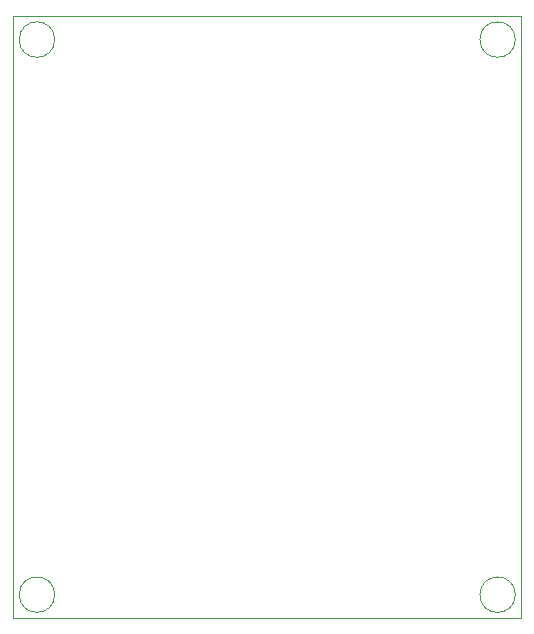
<source format=gbr>
%TF.GenerationSoftware,KiCad,Pcbnew,(6.0.2)*%
%TF.CreationDate,2022-07-31T15:55:41+03:00*%
%TF.ProjectId,NE555_PWM_Driver,4e453535-355f-4505-974d-5f4472697665,rev?*%
%TF.SameCoordinates,Original*%
%TF.FileFunction,Profile,NP*%
%FSLAX46Y46*%
G04 Gerber Fmt 4.6, Leading zero omitted, Abs format (unit mm)*
G04 Created by KiCad (PCBNEW (6.0.2)) date 2022-07-31 15:55:41*
%MOMM*%
%LPD*%
G01*
G04 APERTURE LIST*
%TA.AperFunction,Profile*%
%ADD10C,0.100000*%
%TD*%
G04 APERTURE END LIST*
D10*
X156000000Y-76000000D02*
X199000000Y-76000000D01*
X199000000Y-76000000D02*
X199000000Y-127000000D01*
X199000000Y-127000000D02*
X156000000Y-127000000D01*
X156000000Y-127000000D02*
X156000000Y-76000000D01*
X198500000Y-125000000D02*
G75*
G03*
X198500000Y-125000000I-1500000J0D01*
G01*
X198500000Y-78000000D02*
G75*
G03*
X198500000Y-78000000I-1500000J0D01*
G01*
X159500000Y-125000000D02*
G75*
G03*
X159500000Y-125000000I-1500000J0D01*
G01*
X159500000Y-78000000D02*
G75*
G03*
X159500000Y-78000000I-1500000J0D01*
G01*
M02*

</source>
